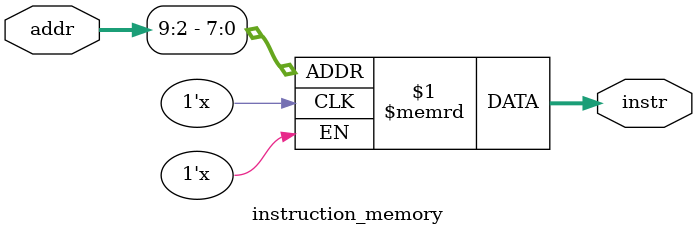
<source format=v>
module instruction_memory #(parameter WIDTH = 32)(
  input [WIDTH-1:0] addr,
  output [WIDTH-1:0] instr
);
  reg [WIDTH-1:0] registers [0:WIDTH-1];
  
  assign instr = registers[addr[9:2]];
  
endmodule

</source>
